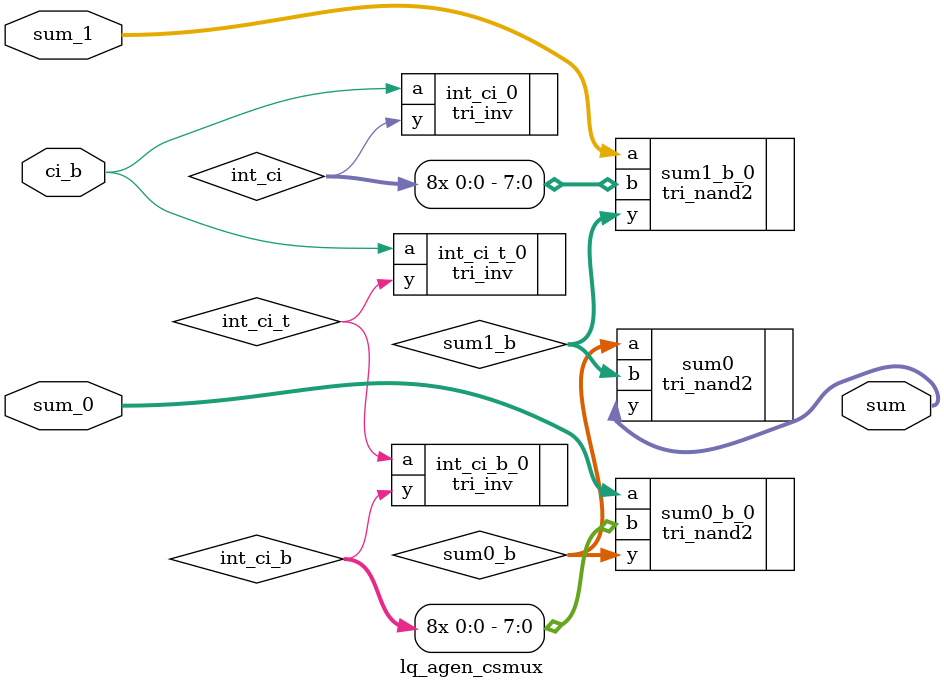
<source format=v>


`timescale 1 ns / 1 ns

`include "tri_a2o.vh"

module lq_agen_csmux(
   sum_0,
   sum_1,
   ci_b,
   sum
);

input [0:7]     sum_0;		// after xor
input [0:7]     sum_1;
input           ci_b;

output [0:7]    sum;

wire [0:7]      sum0_b;

wire [0:7]      sum1_b;

wire            int_ci;

wire            int_ci_t;

wire            int_ci_b;

//assign int_ci = (~ci_b);
tri_inv int_ci_0 (.y(int_ci), .a(ci_b));

//assign int_ci_t = (~ci_b);
tri_inv int_ci_t_0 (.y(int_ci_t), .a(ci_b));

//assign int_ci_b = (~int_ci_t);
tri_inv int_ci_b_0 (.y(int_ci_b), .a(int_ci_t));

//assign sum0_b[0] = (~(sum_0[0] & int_ci_b));
tri_nand2 #(.WIDTH(8)) sum0_b_0 (.y(sum0_b[0:7]), .a(sum_0[0:7]), .b({8{int_ci_b}}));

//assign sum1_b[0] = (~(sum_1[0] & int_ci));
tri_nand2 #(.WIDTH(8)) sum1_b_0 (.y(sum1_b[0:7]), .a(sum_1[0:7]), .b({8{int_ci}}));

//assign sum[0] = (~(sum0_b[0] & sum1_b[0]));
tri_nand2 #(.WIDTH(8)) sum0 (.y(sum[0:7]), .a(sum0_b[0:7]), .b(sum1_b[0:7]));


endmodule

</source>
